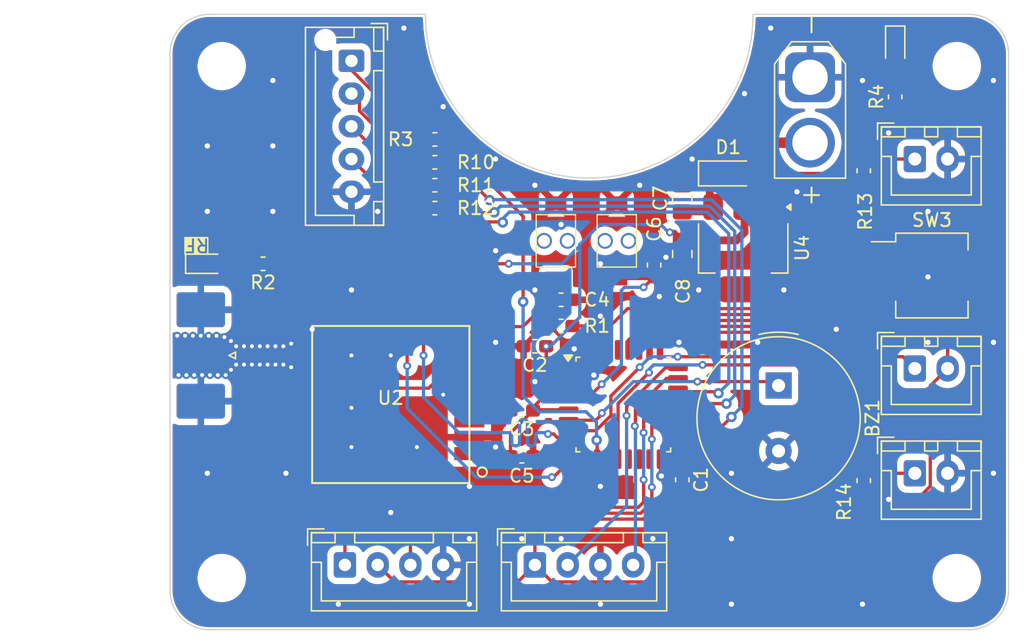
<source format=kicad_pcb>
(kicad_pcb (version 20241229) (generator "pcbnew") (generator_version "9.0")
  (layers (0 "F.Cu" signal) (2 "B.Cu" signal) (13 "F.Paste" user) (15 "B.Paste" user) (5 "F.SilkS" user "F.Silkscreen") (7 "B.SilkS" user "B.Silkscreen") (1 "F.Mask" user) (3 "B.Mask" user) (25 "Edge.Cuts" user))
  (net 0 "")
  (net 1 "GND")
  (net 2 "Net-(BZ1-+)")
  (net 3 "+3.3V")
  (net 4 "RF_RST")
  (net 5 "MCU_RST")
  (net 6 "RF_LED")
  (net 7 "Net-(D2-A)")
  (net 8 "Net-(D4-A)")
  (net 9 "Net-(J1-In)")
  (net 10 "Net-(J2-Pin_2)")
  (net 11 "Net-(J2-Pin_1)")
  (net 12 "Net-(J3-Pin_1)")
  (net 13 "bustop")
  (net 14 "MCU_SWCLK")
  (net 15 "MCU_SWDIO")
  (net 16 "USART1_TX")
  (net 17 "USART1_RX")
  (net 18 "Net-(J7-Pin_1)")
  (net 19 "DIP_4")
  (net 20 "DIP_2")
  (net 21 "DIP_1")
  (net 22 "DIP_3")
  (net 23 "Net-(U1-BOOT0)")
  (net 24 "LED_3")
  (net 25 "LED_Connection")
  (net 26 "LED_Debug")
  (net 27 "LED_Error")
  (net 28 "LED_2")
  (net 29 "LED_4")
  (net 30 "Net-(J2-Pin_3)")
  (net 31 "LED_5")
  (net 32 "Net-(J2-Pin_4)")
  (net 33 "LED_6")
  (net 34 "LED_emstop")
  (net 35 "LED_1")
  (net 36 "RF_SWDIO")
  (net 37 "RF_SWCLK")
  (net 38 "RF_BOOT")
  (net 40 "USART2_RX")
  (net 41 "USART2_TX")
  (net 58 "emstop")
  (net 59 "+BATT")
  (footprint "Connector_AMASS:AMASS_XT30U-M_1x02_P5.0mm_Vertical" (layer "F.Cu") (at 117.005756 85.402968 -90)
    (property "Reference" "J10" (hide yes))
    (property "Value" "XT30PW-M")
  )
  (footprint "GN10_Parts:TVAF" (layer "F.Cu") (at 97.605755 97.902969 -90)
    (property "Reference" "SW2" (hide yes))
    (property "Value" "SW_Push")
  )
  (footprint "Capacitor_SMD:C_0603_1608Metric_Pad1.08x0.95mm_HandSolder" (layer "F.Cu") (at 98.005757 102.40297)
    (property "Reference" "C4")
    (property "Value" "0.1u")
  )
  (footprint "Capacitor_SMD:C_0603_1608Metric_Pad1.08x0.95mm_HandSolder" (layer "F.Cu") (at 95.005755 114.352969)
    (property "Reference" "C5")
    (property "Value" "4.7u")
  )
  (footprint "Connector_JST:JST_XH_B2B-XH-A_1x02_P2.50mm_Vertical" (layer "F.Cu") (at 125.005755 91.652968)
    (property "Reference" "J3" (hide yes))
    (property "Value" "Conn_01x02")
  )
  (footprint "MountingHole:MountingHole_3.2mm_M3" (layer "F.Cu") (at 72.1054 123.653323 180)
    (property "Reference" "H2" (hide yes))
    (property "Value" "MountingHole")
  )
  (footprint "MountingHole:MountingHole_3.2mm_M3" (layer "F.Cu") (at 128.20611 123.653323 180)
    (property "Reference" "H1" (hide yes))
    (property "Value" "MountingHole")
  )
  (footprint "Capacitor_SMD:C_0603_1608Metric_Pad1.08x0.95mm_HandSolder" (layer "F.Cu") (at 98.005755 104.402968 180)
    (property "Reference" "R1")
    (property "Value" "10k")
  )
  (footprint "Capacitor_SMD:C_0603_1608Metric_Pad1.08x0.95mm_HandSolder" (layer "F.Cu") (at 105.105756 99.752967 90)
    (property "Reference" "C6")
    (property "Value" "0.1u")
  )
  (footprint "Connector_Coaxial:SMA_Molex_73251-2120_EdgeMount_Horizontal" (layer "F.Cu") (at 70.255756 106.65297 180)
    (property "Reference" "J1" (hide yes))
    (property "Value" "Conn_Coaxial")
  )
  (footprint "Capacitor_SMD:C_0805_2012Metric_Pad1.18x1.45mm_HandSolder" (layer "F.Cu") (at 107.255756 94.652969 90)
    (property "Reference" "C7")
    (property "Value" "10u")
  )
  (footprint "Capacitor_SMD:C_0805_2012Metric_Pad1.18x1.45mm_HandSolder" (layer "F.Cu") (at 107.255757 98.902969 -90)
    (property "Reference" "C8")
    (property "Value" "22u")
  )
  (footprint "LED_SMD:LED_0603_1608Metric_Pad1.05x0.95mm_HandSolder" (layer "F.Cu") (at 123.505756 83.152968 -90)
    (property "Reference" "D4" (hide yes))
    (property "Value" "LED")
  )
  (footprint "Package_TO_SOT_SMD:SOT-223" (layer "F.Cu") (at 111.905755 98.452968 -90)
    (property "Reference" "U4")
    (property "Value" "AZ1117-3.3")
  )
  (footprint "Capacitor_SMD:C_0603_1608Metric_Pad1.08x0.95mm_HandSolder" (layer "F.Cu") (at 88.368255 93.652968 180)
    (property "Reference" "R11")
    (property "Value" "1k")
  )
  (footprint "Capacitor_SMD:C_0603_1608Metric_Pad1.08x0.95mm_HandSolder" (layer "F.Cu") (at 121.105755 92.552969 90)
    (property "Reference" "R13")
    (property "Value" "1k")
  )
  (footprint "LED_SMD:LED_0603_1608Metric_Pad1.05x0.95mm_HandSolder" (layer "F.Cu") (at 71.005756 99.652969)
    (property "Reference" "D2" (hide yes))
    (property "Value" "LED")
  )
  (footprint "Capacitor_SMD:C_0603_1608Metric_Pad1.08x0.95mm_HandSolder" (layer "F.Cu") (at 121.105755 116.215468 -90)
    (property "Reference" "R14")
    (property "Value" "1k")
  )
  (footprint "Connector_JST:JST_XH_B2B-XH-A_1x02_P2.50mm_Vertical" (layer "F.Cu") (at 125.005755 115.652969)
    (property "Reference" "J7" (hide yes))
    (property "Value" "Conn_01x02")
  )
  (footprint "Connector_JST:JST_XH_B4B-XH-A_1x04_P2.50mm_Vertical" (layer "F.Cu") (at 96.005756 122.652968)
    (property "Reference" "J5" (hide yes))
    (property "Value" "Conn_01x04")
  )
  (footprint "Button_Switch_SMD:SW_DIP_SPSTx04_Slide_Copal_CHS-04B_W7.62mm_P1.27mm" (layer "F.Cu") (at 126.305757 100.55297)
    (property "Reference" "SW3")
    (property "Value" "SW_DIP_x04")
  )
  (footprint "Capacitor_SMD:C_0603_1608Metric_Pad1.08x0.95mm_HandSolder" (layer "F.Cu") (at 88.368255 90.152968 180)
    (property "Reference" "R3")
    (property "Value" "1k")
  )
  (footprint "Diode_SMD:Nexperia_CFP3_SOD-123W" (layer "F.Cu") (at 110.755755 92.752968)
    (property "Reference" "D1")
    (property "Value" "D")
  )
  (footprint "Connector_JST:JST_XH_B4B-XH-A_1x04_P2.50mm_Vertical" (layer "F.Cu") (at 81.505755 122.652969)
    (property "Reference" "J6" (hide yes))
    (property "Value" "Conn_01x04")
  )
  (footprint "GN10_Parts:LoRa-E5" (layer "F.Cu") (at 85.005757 110.402969 180)
    (property "Reference" "U2")
    (property "Value" "Wio-E5")
  )
  (footprint "Capacitor_SMD:C_0603_1608Metric_Pad1.08x0.95mm_HandSolder" (layer "F.Cu") (at 88.368256 95.402969 180)
    (property "Reference" "R12")
    (property "Value" "1k")
  )
  (footprint "Connector_JST:JST_XH_B5B-XH-AM_1x05_P2.50mm_Vertical" (layer "F.Cu") (at 82.005756 84.152968 -90)
    (property "Reference" "J2" (hide yes))
    (property "Value" "Conn_01x05")
  )
  (footprint "Capacitor_SMD:C_0603_1608Metric_Pad1.08x0.95mm_HandSolder" (layer "F.Cu") (at 96.005756 105.952968 180)
    (property "Reference" "C2")
    (property "Value" "0.1u")
  )
  (footprint "Capacitor_SMD:C_0603_1608Metric_Pad1.08x0.95mm_HandSolder" (layer "F.Cu") (at 123.505755 86.902968 90)
    (property "Reference" "R4")
    (property "Value" "1k")
  )
  (footprint "Buzzer_Beeper:Buzzer_TDK_PS1240P02BT_D12.2mm_H6.5mm" (layer "F.Cu") (at 114.605755 108.952968 -90)
    (property "Reference" "BZ1")
    (property "Value" "Buzzer")
  )
  (footprint "Capacitor_SMD:C_0603_1608Metric_Pad1.08x0.95mm_HandSolder" (layer "F.Cu") (at 95.005755 110.852969 180)
    (property "Reference" "C3")
    (property "Value" "4.7u")
  )
  (footprint "MountingHole:MountingHole_3.2mm_M3" (layer "F.Cu") (at 72.105399 84.552614 180)
    (property "Reference" "H4" (hide yes))
    (property "Value" "MountingHole")
  )
  (footprint "Capacitor_SMD:C_0603_1608Metric_Pad1.08x0.95mm_HandSolder" (layer "F.Cu") (at 75.255756 99.652969 180)
    (property "Reference" "R2")
    (property "Value" "1k")
  )
  (footprint "GN10_Parts:TVAF" (layer "F.Cu") (at 102.255755 97.902969 -90)
    (property "Reference" "SW1" (hide yes))
    (property "Value" "SW_Push")
  )
  (footprint "Capacitor_SMD:C_0603_1608Metric_Pad1.08x0.95mm_HandSolder" (layer "F.Cu") (at 88.368256 91.902969 180)
    (property "Reference" "R10")
    (property "Value" "1k")
  )
  (footprint "Package_QFP:LQFP-32_7x7mm_P0.8mm" (layer "F.Cu") (at 102.755756 110.402968)
    (property "Reference" "U1" (hide yes))
    (property "Value" "STM32F303K8Tx")
  )
  (footprint "MountingHole:MountingHole_3.2mm_M3" (layer "F.Cu") (at 128.206109 84.552614 180)
    (property "Reference" "H3" (hide yes))
    (property "Value" "MountingHole")
  )
  (footprint "Capacitor_SMD:C_0603_1608Metric_Pad1.08x0.95mm_HandSolder" (layer "F.Cu") (at 107.255754 116.152969 -90)
    (property "Reference" "C1")
    (property "Value" "0.1u")
  )
  (footprint "Connector_JST:JST_XH_B2B-XH-A_1x02_P2.50mm_Vertical" (layer "F.Cu") (at 125.005755 107.652969)
    (property "Reference" "J9" (hide yes))
    (property "Value" "Conn_01x02")
  )
  (gr_arc (start 68.155755 83.602968) (mid 69.034435 81.481649) (end 71.155756 80.602969) (stroke (width 0.1)) (layer "Edge.Cuts"))
  (gr_arc (start 71.155756 127.602969) (mid 69.034437 126.72429) (end 68.155756 124.602968) (stroke (width 0.1)) (layer "Edge.Cuts"))
  (gr_line (start 68.155756 124.602968) (end 68.155755 83.602968) (stroke (width 0.1)) (layer "Edge.Cuts"))
  (gr_line (start 71.155756 80.602969) (end 87.655756 80.602969) (stroke (width 0.1)) (layer "Edge.Cuts"))
  (gr_arc (start 112.655756 80.602969) (mid 100.155756 93.102969) (end 87.655756 80.602969) (stroke (width 0.1)) (layer "Edge.Cuts"))
  (gr_arc (start 132.155757 124.602969) (mid 131.277075 126.724289) (end 129.155756 127.602968) (stroke (width 0.1)) (layer "Edge.Cuts"))
  (gr_arc (start 129.155756 80.602968) (mid 131.277076 81.481648) (end 132.155756 83.602968) (stroke (width 0.1)) (layer "Edge.Cuts"))
  (gr_line (start 132.155756 83.602968) (end 132.155757 124.602969) (stroke (width 0.1)) (layer "Edge.Cuts"))
  (gr_line (start 129.155756 127.602968) (end 71.155756 127.602969) (stroke (width 0.1)) (layer "Edge.Cuts"))
  (gr_line (start 129.155756 80.602968) (end 112.655756 80.602969) (stroke (width 0.1)) (layer "Edge.Cuts"))
  (gr_text " RF " (at 72.005756 97.652968 180) (layer "F.SilkS" knockout) (effects (font (size 1 1)) (justify left bottom)))
  (segment (start 97.143255 104.402968) (end 98.393255 105.652969) (width 0.25) (layer "F.Cu") (net 1))
  (segment (start 97.143255 104.402968) (end 96.693256 104.402969) (width 0.4) (layer "F.Cu") (net 1))
  (segment (start 96.693256 104.402969) (end 95.143256 105.952968) (width 0.4) (layer "F.Cu") (net 1))
  (segment (start 97.143255 104.127968) (end 98.868257 102.40297) (width 0.4) (layer "F.Cu") (net 1))
  (segment (start 97.143255 104.402968) (end 97.143255 104.127968) (width 0.4) (layer "F.Cu") (net 1))
  (via (at 91.005756 125.652968) (size 0.8) (drill 0.4) (layers "F.Cu" "B.Cu") (net 1))
  (via (at 77.005756 115.652969) (size 0.8) (drill 0.4) (layers "F.Cu" "B.Cu") (net 1))
  (via (at 131.005756 85.652968) (size 0.8) (drill 0.4) (layers "F.Cu" "B.Cu") (net 1))
  (via (at 76.805756 105.952968) (size 0.6) (drill 0.3) (layers "F.Cu" "B.Cu") (net 1))
  (via (at 72.405757 108.152969) (size 0.6) (drill 0.3) (layers "F.Cu" "B.Cu") (net 1))
  (via (at 121.005756 85.652968) (size 0.8) (drill 0.4) (layers "F.Cu" "B.Cu") (net 1))
  (via (at 112.005756 86.652968) (size 0.8) (drill 0.4) (layers "F.Cu" "B.Cu") (net 1))
  (via (at 105.655756 115.865163) (size 0.8) (drill 0.4) (layers "F.Cu" "B.Cu") (net 1))
  (via (at 69.305755 105.152968) (size 0.6) (drill 0.3) (layers "F.Cu" "B.Cu") (net 1))
  (via (at 96.005756 101.652967) (size 0.8) (drill 0.4) (layers "F.Cu" "B.Cu") (net 1))
  (via (at 93.005755 113.652968) (size 0.8) (drill 0.4) (layers "F.Cu" "B.Cu") (net 1))
  (via (at 89.005756 109.652968) (size 0.6) (drill 0.3) (layers "F.Cu" "B.Cu") (net 1))
  (via (at 76.805757 107.352969) (size 0.6) (drill 0.3) (layers "F.Cu" "B.Cu") (net 1))
  (via (at 111.005756 125.652968) (size 0.8) (drill 0.4) (layers "F.Cu" "B.Cu") (net 1))
  (via (at 87.005756 113.652969) (size 0.6) (drill 0.3) (layers "F.Cu" "B.Cu") (net 1))
  (via (at 70.005756 108.152968) (size 0.6) (drill 0.3) (layers "F.Cu" "B.Cu") (net 1))
  (via (at 82.005756 110.652969) (size 0.6) (drill 0.3) (layers "F.Cu" "B.Cu") (net 1))
  (via (at 82.005757 106.652969) (size 0.6) (drill 0.3) (layers "F.Cu" "B.Cu") (net 1))
  (via (at 95.005755 120.652969) (size 0.8) (drill 0.4) (layers "F.Cu" "B.Cu") (net 1))
  (via (at 104.005757 93.652969) (size 0.8) (drill 0.4) (layers "F.Cu" "B.Cu") (net 1))
  (via (at 123.005754 117.652969) (size 0.8) (drill 0.4) (layers "F.Cu" "B.Cu") (net 1))
  (via (at 108.005755 91.652968) (size 0.8) (drill 0.4) (layers "F.Cu" "B.Cu") (net 1))
  (via (at 85.005756 106.652968) (size 0.6) (drill 0.3) (layers "F.Cu" "B.Cu") (net 1))
  (via (at 74.405756 105.952968) (size 0.6) (drill 0.3) (layers "F.Cu" "B.Cu") (net 1))
  (via (at 77.405756 107.552968) (size 0.6) (drill 0.3) (layers "F.Cu" "B.Cu") (net 1))
  (via (at 93.005755 91.652968) (size 0.8) (drill 0.4) (layers "F.Cu" "B.Cu") (net 1))
  (via (at 73.205756 105.952969) (size 0.6) (drill 0.3) (layers "F.Cu" "B.Cu") (net 1))
  (via (at 123.005756 89.652969) (size 0.8) (drill 0.4) (layers "F.Cu" "B.Cu") (net 1))
  (via (at 115.005755 101.652968) (size 0.8) (drill 0.4) (layers "F.Cu" "B.Cu") (net 1))
  (via (at 76.205756 105.952968) (size 0.6) (drill 0.3) (layers "F.Cu" "B.Cu") (net 1))
  (via (at 100.505756 108.152968) (size 0.8) (drill 0.4) (layers "F.Cu" "B.Cu") (net 1))
  (via (at 71.705755 105.152968) (size 0.6) (drill 0.3) (layers "F.Cu" "B.Cu") (net 1))
  (via (at 75.005755 105.952969) (size 0.6) (drill 0.3) (layers "F.Cu" "B.Cu") (net 1))
  (via (at 98.005755 120.652969) (size 0.8) (drill 0.4) (layers "F.Cu" "B.Cu") (net 1))
  (via (at 76.005754 85.652969) (size 0.8) (drill 0.4) (layers "F.Cu" "B.Cu") (net 1))
  (via (at 82.005757 101.652968) (size 0.8) (drill 0.4) (layers "F.Cu" "B.Cu") (net 1))
  (via (at 101.005756 125.652968) (size 0.8) (drill 0.4) (layers "F.Cu" "B.Cu") (net 1))
  (via (at 108.505755 101.652968) (size 0.8) (drill 0.4) (layers "F.Cu" "B.Cu") (net 1))
  (via (at 76.005754 95.652969) (size 0.8) (drill 0.4) (layers "F.Cu" "B.Cu") (net 1))
  (via (at 72.805755 105.55297) (size 0.6) (drill 0.3) (layers "F.Cu" "B.Cu") (net 1))
  (via (at 84.005756 95.652968) (size 0.8) (drill 0.4) (layers "F.Cu" "B.Cu") (net 1))
  (via (at 68.805755 108.152969) (size 0.6) (drill 0.3) (layers "F.Cu" "B.Cu") (net 1))
  (via (at 77.405756 105.752968) (size 0.6) (drill 0.3) (layers "F.Cu" "B.Cu") (net 1))
  (via (at 69.905755 105.152968) (size 0.6) (drill 0.3) (layers "F.Cu" "B.Cu") (net 1))
  (via (at 93.005755 105.652969) (size 0.8) (drill 0.4) (layers "F.Cu" "B.Cu") (net 1))
  (via (at 76.205756 107.352967) (size 0.6) (drill 0.3) (layers "F.Cu" "B.Cu") (net 1))
  (via (at 73.205755 107.352968) (size 0.6) (drill 0.3) (layers "F.Cu" "B.Cu") (net 1))
  (via (at 131.005756 115.652968) (size 0.8) (drill 0.4) (layers "F.Cu" "B.Cu") (net 1))
  (via (at 126.005756 100.652968) (size 0.8) (drill 0.4) (layers "F.Cu" "B.Cu") (net 1))
  (via (at 71.105756 105.152968) (size 0.6) (drill 0.3) (layers "F.Cu" "B.Cu") (net 1))
  (via (at 75.005755 107.352969) (size 0.6) (drill 0.3) (layers "F.Cu" "B.Cu") (net 1))
  (via (at 99.005756 106.152968) (size 0.8) (drill 0.4) (layers "F.Cu" "B.Cu") (net 1))
  (via (at 98.005755 96.652968) (size 0.8) (drill 0.4) (layers "F.Cu" "B.Cu") (net 1))
  (via (at 91.005756 120.652968) (size 0.8) (drill 0.4) (layers "F.Cu" "B.Cu") (net 1))
  (via (at 70.505757 105.152969) (size 0.6) (drill 0.3) (layers "F.Cu" "B.Cu") (net 1))
  (via (at 74.405756 107.352969) (size 0.6) (drill 0.3) (layers "F.Cu" "B.Cu") (net 1))
  (via (at 93.005755 98.652968) (size 0.8) (drill 0.4) (layers "F.Cu" "B.Cu") (net 1))
  (via (at 114.005757 81.652969) (size 0.8) (drill 0.4) (layers "F.Cu" "B.Cu") (net 1))
  (via (at 70.605757 108.15297) (size 0.6) (drill 0.3) (layers "F.Cu" "B.Cu") (net 1))
  (via (at 91.005755 116.652969) (size 0.8) (drill 0.4) (layers "F.Cu" "B.Cu") (net 1))
  (via (at 131.005756 105.652968) (size 0.8) (drill 0.4) (layers "F.Cu" "B.Cu") (net 1))
  (via (at 105.005755 120.652969) (size 0.8) (drill 0.4) (layers "F.Cu" "B.Cu") (net 1))
  (via (at 82.005756 113.652969) (size 0.6) (drill 0.3) (layers "F.Cu" "B.Cu") (net 1))
  (via (at 101.005755 116.652969) (size 0.8) (drill 0.4) (layers "F.Cu" "B.Cu") (net 1))
  (via (at 69.405756 108.152968) (size 0.6) (drill 0.3) (layers "F.Cu" "B.Cu") (net 1))
  (via (at 79.005756 104.652968) (size 0.8) (drill 0.4) (layers "F.Cu" "B.Cu") (net 1))
  (via (at 105.505756 102.152969) (size 0.8) (drill 0.4) (layers "F.Cu" "B.Cu") (net 1))
  (via (at 111.005756 115.652968) (size 0.8) (drill 0.4) (layers "F.Cu" "B.Cu") (net 1))
  (via (at 89.005756 87.652968) (size 0.8) (drill 0.4) (layers "F.Cu" "B.Cu") (net 1))
  (via (at 116.005756 94.152968) (size 0.8) (drill 0.4) (layers "F.Cu" "B.Cu") (net 1))
  (via (at 73.805756 105.952968) (size 0.6) (drill 0.3) (layers "F.Cu" "B.Cu") (net 1))
  (via (at 75.605756 105.952969) (size 0.6) (drill 0.3) (layers "F.Cu" "B.Cu") (net 1))
  (via (at 71.805756 108.152968) (size 0.6) (drill 0.3) (layers "F.Cu" "B.Cu") (net 1))
  (via (at 113.005755 105.652969) (size 0.8) (drill 0.4) (layers "F.Cu" "B.Cu") (net 1))
  (via (at 76.005754 90.652969) (size 0.8) (drill 0.4) (layers "F.Cu" "B.Cu") (net 1))
  (via (at 72.305754 105.252969) (size 0.6) (drill 0.3) (layers "F.Cu" "B.Cu") (net 1))
  (via (at 111.005756 120.652968) (size 0.8) (drill 0.4) (layers "F.Cu" "B.Cu") (net 1))
  (via (at 71.005754 95.652969) (size 0.8) (drill 0.4) (layers "F.Cu" "B.Cu") (net 1))
  (via (at 71.205756 108.152969) (size 0.6) (drill 0.3) (layers "F.Cu" "B.Cu") (net 1))
  (via (at 119.005756 104.652968) (size 0.8) (drill 0.4) (layers "F.Cu" "B.Cu") (net 1))
  (via (at 73.805756 107.352967) (size 0.6) (drill 0.3) (layers "F.Cu" "B.Cu") (net 1))
  (via (at 126.005756 105.652968) (size 0.8) (drill 0.4) (layers "F.Cu" "B.Cu") (net 1))
  (via (at 101.005756 103.652967) (size 0.8) (drill 0.4) (layers "F.Cu" "B.Cu") (net 1))
  (via (at 75.605755 107.352968) (size 0.6) (drill 0.3) (layers "F.Cu" "B.Cu") (net 1))
  (via (at 85.005755 118.652969) (size 0.8) (drill 0.4) (layers "F.Cu" "B.Cu") (net 1))
  (via (at 72.805755 107.752968) (size 0.6) (drill 0.3) (layers "F.Cu" "B.Cu") (net 1))
  (via (at 68.705756 105.152968) (size 0.6) (drill 0.3) (layers "F.Cu" "B.Cu") (net 1))
  (via (at 101.005756 99.652969) (size 0.8) (drill 0.4) (layers "F.Cu" "B.Cu") (net 1))
  (via (at 71.005754 115.652969) (size 0.8) (drill 0.4) (layers "F.Cu" "B.Cu") (net 1))
  (via (at 107.005755 105.652968) (size 0.8) (drill 0.4) (layers "F.Cu" "B.Cu") (net 1))
  (via (at 121.005756 125.652967) (size 0.8) (drill 0.4) (layers "F.Cu" "B.Cu") (net 1))
  (via (at 86.005755 81.652968) (size 0.8) (drill 0.4) (layers "F.Cu" "B.Cu") (net 1))
  (via (at 71.005754 90.652969) (size 0.8) (drill 0.4) (layers "F.Cu" "B.Cu") (net 1))
  (via (at 96.005756 93.652967) (size 0.8) (drill 0.4) (layers "F.Cu" "B.Cu") (net 1))
  (via (at 126.005756 95.652968) (size 0.8) (drill 0.4) (layers "F.Cu" "B.Cu") (net 1))
  (via (at 106.005756 99.152968) (size 0.8) (drill 0.4) (layers "F.Cu" "B.Cu") (net 1))
  (via (at 96.005756 108.652967) (size 0.8) (drill 0.4) (layers "F.Cu" "B.Cu") (net 1))
  (via (at 81.005755 125.652968) (size 0.8) (drill 0.4) (layers "F.Cu" "B.Cu") (net 1))
  (segment (start 100.655756 111.602967) (end 98.580756 111.602969) (width 0.25) (layer "F.Cu") (net 2))
  (segment (start 108.405756 108.652967) (end 114.305755 108.652968) (width 0.25) (layer "F.Cu") (net 2))
  (segment (start 101.113814 111.061026) (end 101.113814 111.144909) (width 0.25) (layer "F.Cu") (net 2))
  (segment (start 114.305755 108.652968) (end 114.605755 108.952968) (width 0.25) (layer "F.Cu") (net 2))
  (segment (start 101.113814 111.144909) (end 100.655756 111.602967) (width 0.25) (layer "F.Cu") (net 2))
  (via (at 101.113814 111.061026) (size 0.6) (drill 0.3) (layers "F.Cu" "B.Cu") (net 2))
  (via (at 108.405756 108.652967) (size 0.6) (drill 0.3) (layers "F.Cu" "B.Cu") (net 2))
  (segment (start 103.521872 108.652969) (end 108.405756 108.652967) (width 0.25) (layer "B.Cu") (net 2))
  (segment (start 101.113814 111.061026) (end 103.521872 108.652969) (width 0.25) (layer "B.Cu") (net 2))
  (segment (start 107.255754 115.290469) (end 106.005756 116.540468) (width 0.25) (layer "F.Cu") (net 3))
  (segment (start 97.755756 107.602968) (end 96.868254 106.715469) (width 0.25) (layer "F.Cu") (net 3))
  (segment (start 96.005756 119.952967) (end 96.005756 122.652968) (width 0.25) (layer "F.Cu") (net 3))
  (segment (start 96.868254 106.715469) (end 96.868257 105.952969) (width 0.25) (layer "F.Cu") (net 3))
  (segment (start 130.115755 102.457968) (end 130.115755 98.647969) (width 0.25) (layer "F.Cu") (net 3))
  (segment (start 94.704754 123.953969) (end 96.005756 122.652968) (width 0.25) (layer "F.Cu") (net 3))
  (segment (start 111.393255 97.865468) (end 107.255755 97.865468) (width 0.6) (layer "F.Cu") (net 3))
  (segment (start 127.505757 105.067969) (end 130.115755 102.457968) (width 0.25) (layer "F.Cu") (net 3))
  (segment (start 107.255755 113.527969) (end 106.930755 113.202968) (width 0.25) (layer "F.Cu") (net 3))
  (segment (start 94.143255 114.402968) (end 91.255757 114.402968) (width 0.3) (layer "F.Cu") (net 3))
  (segment (start 130.115755 98.647969) (end 130.115755 88.962969) (width 0.25) (layer "F.Cu") (net 3))
  (segment (start 98.580756 107.602968) (end 97.755756 107.602968) (width 0.25) (layer "F.Cu") (net 3))
  (segment (start 111.905756 93.002969) (end 112.155757 92.752969) (width 0.6) (layer "F.Cu") (net 3))
  (segment (start 106.305755 97.25297) (end 106.643256 97.252968) (width 0.4) (layer "F.Cu") (net 3))
  (segment (start 94.143255 114.352969) (end 94.143255 112.577969) (width 0.25) (layer "F.Cu") (net 3))
  (segment (start 118.518255 92.752968) (end 112.155757 92.752969) (width 0.25) (layer "F.Cu") (net 3))
  (segment (start 98.580755 110.802968) (end 95.968256 110.802968) (width 0.25) (layer "F.Cu") (net 3))
  (segment (start 129.605755 88.452969) (end 124.193256 88.452968) (width 0.25) (layer "F.Cu") (net 3))
  (segment (start 94.143255 112.577969) (end 95.868255 110.852969) (width 0.25) (layer "F.Cu") (net 3))
  (segment (start 107.255754 115.290469) (end 107.255755 113.527969) (width 0.25) (layer "F.Cu") (net 3))
  (segment (start 130.115755 88.962969) (end 129.605755 88.452969) (width 0.25) (layer "F.Cu") (net 3))
  (segment (start 106.005756 117.428588) (end 104.279376 119.154968) (width 0.25) (layer "F.Cu") (net 3))
  (segment (start 106.643256 97.252968) (end 107.255755 97.865468) (width 0.4) (layer "F.Cu") (net 3))
  (segment (start 104.279376 119.154968) (end 96.803756 119.154967) (width 0.25) (layer "F.Cu") (net 3))
  (segment (start 112.005756 97.252968) (end 111.393255 97.865468) (width 0.6) (layer "F.Cu") (net 3))
  (segment (start 91.255757 114.402968) (end 91.005757 114.15297) (width 0.3) (layer "F.Cu") (net 3))
  (segment (start 126.181756 116.648482) (end 118.87627 123.953968) (width 0.25) (layer "F.Cu") (net 3))
  (segment (start 84.005756 122.652968) (end 85.306756 123.953968) (width 0.25) (layer "F.Cu") (net 3))
  (segment (start 85.306756 123.953968) (end 94.704754 123.953969) (width 0.25) (layer "F.Cu") (net 3))
  (segment (start 111.905755 95.302968) (end 111.905756 93.002969) (width 0.6) (layer "F.Cu") (net 3))
  (segment (start 76.118256 99.652969) (end 94.005756 99.652968) (width 0.25) (layer "F.Cu") (net 3))
  (segment (start 95.968256 110.802968) (end 95.868256 110.902968) (width 0.25) (layer "F.Cu") (net 3))
  (segment (start 127.505756 107.652968) (end 127.505757 105.067969) (width 0.25) (layer "F.Cu") (net 3))
  (segment (start 123.505755 87.76547) (end 118.518255 92.752968) (width 0.25) (layer "F.Cu") (net 3))
  (segment (start 96.868256 109.615469) (end 96.868257 105.952969) (width 0.25) (layer "F.Cu") (net 3))
  (segment (start 126.181756 108.976968) (end 126.181756 116.648482) (width 0.25) (layer "F.Cu") (net 3))
  (segment (start 96.803756 119.154967) (end 96.005756 119.952967) (width 0.25) (layer "F.Cu") (net 3))
  (segment (start 97.306756 123.953968) (end 96.005756 122.652968) (width 0.25) (layer "F.Cu") (net 3))
  (segment (start 112.005755 95.652968) (end 112.005756 97.252968) (width 0.6) (layer "F.Cu") (net 3))
  (segment (start 127.505756 107.652968) (end 126.181756 108.976968) (width 0.25) (layer "F.Cu") (net 3))
  (segment (start 124.193256 88.452968) (end 123.505755 87.76547) (width 0.25) (layer "F.Cu") (net 3))
  (segment (start 118.87627 123.953968) (end 97.306756 123.953968) (width 0.25) (layer "F.Cu") (net 3))
  (segment (start 106.005756 116.540468) (end 106.005756 117.428588) (width 0.25) (layer "F.Cu") (net 3))
  (segment (start 95.868255 110.852969) (end 95.868255 110.615469) (width 0.25) (layer "F.Cu") (net 3))
  (segment (start 95.868255 110.615469) (end 96.868256 109.615469) (width 0.25) (layer "F.Cu") (net 3))
  (via (at 94.005756 99.652968) (size 0.6) (drill 0.3) (layers "F.Cu" "B.Cu") (net 3))
  (via (at 96.868257 105.952969) (size 0.6) (drill 0.3) (layers "F.Cu" "B.Cu") (net 3))
  (via (at 106.305755 97.25297) (size 0.6) (drill 0.3) (layers "F.Cu" "B.Cu") (net 3))
  (segment (start 105.605755 96.652968) (end 106.205756 97.252968) (width 0.25) (layer "B.Cu") (net 3))
  (segment (start 99.431756 103.726968) (end 99.431756 98.177967) (width 0.25) (layer "B.Cu") (net 3))
  (segment (start 106.205756 97.252968) (end 106.305755 97.25297) (width 0.25) (layer "B.Cu") (net 3))
  (segment (start 99.431756 98.177967) (end 100.956755 96.652968) (width 0.25) (layer "B.Cu") (net 3))
  (segment (start 99.431756 98.286531) (end 99.431756 98.226967) (width 0.25) (layer "B.Cu") (net 3))
  (segment (start 100.956755 96.652968) (end 105.605755 96.652968) (width 0.25) (layer "B.Cu") (net 3))
  (segment (start 97.205756 105.952968) (end 99.431756 103.726968) (width 0.25) (layer "B.Cu") (net 3))
  (segment (start 96.868257 105.952969) (end 97.205756 105.952968) (width 0.25) (layer "B.Cu") (net 3))
  (segment (start 94.005756 99.652968) (end 98.065318 99.652969) (width 0.25) (layer "B.Cu") (net 3))
  (segment (start 98.065318 99.652969) (end 99.431756 98.286531) (width 0.25) (layer "B.Cu") (net 3))
  (segment (start 96.993256 102.552967) (end 96.993256 102.252968) (width 0.25) (layer "F.Cu") (net 4))
  (segment (start 87.905756 109.152968) (end 89.005756 108.052968) (width 0.25) (layer "F.Cu") (net 4))
  (segment (start 89.005756 106.352968) (end 90.905756 104.452968) (width 0.25) (layer "F.Cu") (net 4))
  (segment (start 96.993256 102.252968) (end 97.143256 102.40297) (width 0.25) (layer "F.Cu") (net 4))
  (segment (start 97.143254 101.240469) (end 97.605755 100.777969) (width 0.25) (layer "F.Cu") (net 4))
  (segment (start 79.005756 109.152969) (end 87.905756 109.152968) (width 0.25) (layer "F.Cu") (net 4))
  (segment (start 95.093257 104.452969) (end 96.993256 102.552967) (width 0.25) (layer "F.Cu") (net 4))
  (segment (start 90.905756 104.452968) (end 95.093257 104.452969) (width 0.25) (layer "F.Cu") (net 4))
  (segment (start 89.005756 108.052968) (end 89.005756 106.352968) (width 0.25) (layer "F.Cu") (net 4))
  (segment (start 97.143256 102.40297) (end 97.143254 101.240469) (width 0.25) (layer "F.Cu") (net 4))
  (segment (start 102.255755 100.777968) (end 104.943256 100.777967) (width 0.25) (layer "F.Cu") (net 5))
  (segment (start 104.943256 100.777967) (end 105.105756 100.615467) (width 0.25) (layer "F.Cu") (net 5))
  (segment (start 102.255755 100.777968) (end 102.643255 101.165469) (width 0.25) (layer "F.Cu") (net 5))
  (segment (start 101.105755 108.852968) (end 99.955756 110.002968) (width 0.25) (layer "F.Cu") (net 5))
  (segment (start 105.005755 100.71547) (end 105.105756 100.615467) (width 0.25) (layer "F.Cu") (net 5))
  (segment (start 99.955756 110.002968) (end 98.580756 110.002968) (width 0.25) (layer "F.Cu") (net 5))
  (segment (start 105.005755 100.75297) (end 105.005755 100.71547) (width 0.25) (layer "F.Cu") (net 5))
  (segment (start 104.305755 101.452968) (end 105.005755 100.75297) (width 0.25) (layer "F.Cu") (net 5))
  (via (at 101.105755 108.852968) (size 0.6) (drill 0.3) (layers "F.Cu" "B.Cu") (net 5))
  (via (at 104.305755 101.452968) (size 0.6) (drill 0.3) (layers "F.Cu" "B.Cu") (net 5))
  (segment (start 102.605755 107.352969) (end 101.105755 108.852968) (width 0.25) (layer "B.Cu") (net 5))
  (segment (start 104.305755 101.452968) (end 102.843255 101.452968) (width 0.25) (layer "B.Cu") (net 5))
  (segment (start 102.843255 101.452968) (end 102.605755 101.690468) (width 0.25) (layer "B.Cu") (net 5))
  (segment (start 102.605755 101.690468) (end 102.605755 107.352969) (width 0.25) (layer "B.Cu") (net 5))
  (segment (start 85.005757 104.402968) (end 85.005757 103.002969) (width 0.25) (layer "F.Cu") (net 6))
  (segment (start 82.755757 100.752967) (end 70.805757 100.752969) (width 0.25) (layer "F.Cu") (net 6))
  (segment (start 85.005757 103.002969) (end 82.755757 100.752967) (width 0.25) (layer "F.Cu") (net 6))
  (segment (start 70.805757 100.752969) (end 70.130755 100.077968) (width 0.25) (layer "F.Cu") (net 6))
  (segment (start 70.130755 100.077968) (end 70.130755 99.65297) (width 0.25) (layer "F.Cu") (net 6))
  (segment (start 74.393256 99.652969) (end 71.880756 99.652968) (width 0.25) (layer "F.Cu") (net 7))
  (segment (start 123.505755 86.040469) (end 123.505755 84.027968) (width 0.25) (layer "F.Cu") (net 8))
  (segment (start 79.005757 106.652968) (end 70.505756 106.652968) (width 0.3) (layer "F.Cu") (net 9))
  (segment (start 82.617871 87.265083) (end 82.005756 86.652969) (width 0.25) (layer "F.Cu") (net 10))
  (segment (start 82.617871 87.976968) (end 82.617871 87.265083) (width 0.25) (layer "F.Cu") (net 10))
  (segment (start 86.543872 91.902969) (end 82.617871 87.976968) (width 0.25) (layer "F.Cu") (net 10))
  (segment (start 87.505756 91.902968) (end 86.543872 91.902969) (width 0.25) (layer "F.Cu") (net 10))
  (segment (start 83.755756 86.614853) (end 82.005755 84.864853) (width 0.25) (layer "F.Cu") (net 11))
  (segment (start 82.005755 84.864853) (end 82.005756 84.152968) (width 0.25) (layer "F.Cu") (net 11))
  (segment (start 86.505755 90.152968) (end 83.755755 87.402968) (width 0.25) (layer "F.Cu") (net 11))
  (segment (start 83.755755 87.402968) (end 83.755756 86.614853) (width 0.25) (layer "F.Cu") (net 11))
  (segment (start 87.505756 90.152967) (end 86.505755 90.152968) (width 0.25) (layer "F.Cu") (net 11))
  (segment (start 121.143255 91.652968) (end 121.105755 91.690468) (width 0.25) (layer "F.Cu") (net 12))
  (segment (start 125.005755 91.652968) (end 121.143255 91.652968) (width 0.25) (layer "F.Cu") (net 12))
  (segment (start 103.005936 111.252968) (end 103.005937 110.552786) (width 0.25) (layer "F.Cu") (net 14))
  (segment (start 104.063813 109.49491) (end 105.955757 107.602969) (width 0.25) (layer "F.Cu") (net 14))
  (segment (start 103.005937 110.552786) (end 104.054755 109.503968) (width 0.25) (layer "F.Cu") (net 14))
  (segment (start 105.955757 107.602969) (end 106.930756 107.602968) (width 0.25) (layer "F.Cu") (net 14))
  (segment (start 104.054756 109.49491) (end 104.063813 109.49491) (width 0.25) (layer "F.Cu") (net 14))
  (segment (start 104.054755 109.503968) (end 104.054756 109.49491) (width 0.25) (layer "F.Cu") (net 14))
  (via (at 103.005936 111.252968) (size 0.6) (drill 0.3) (layers "F.Cu" "B.Cu") (net 14))
  (segment (start 103.005937 118.152786) (end 98.505755 122.652968) (width 0.25) (layer "B.Cu") (net 14))
  (segment (start 103.005936 111.252968) (end 103.005937 118.152786) (width 0.25) (layer "B.Cu") (net 14))
  (segment (start 103.679754 112.00415) (end 103.679755 110.778968) (width 0.25) (layer "F.Cu") (net 15))
  (segment (start 106.055756 108.402968) (end 106.930755 108.402969) (width 0.25) (layer "F.Cu") (net 15))
  (segment (start 103.630936 112.052969) (end 103.679754 112.00415) (width 0.25) (layer "F.Cu") (net 15))
  (segment (start 103.679755 110.778968) (end 106.055756 108.402968) (width 0.25) (layer "F.Cu") (net 15))
  (via (at 103.630936 112.052969) (size 0.6) (drill 0.3) (layers "F.Cu" "B.Cu") (net 15))
  (segment (start 103.679756 122.478969) (end 103.505755 122.652969) (width 0.25) (layer "B.Cu") (net 15))
  (segment (start 103.679755 112.101788) (end 103.679756 122.478969) (width 0.25) (layer "B.Cu") (net 15))
  (segment (start 103.630936 112.052969) (end 103.679755 112.101788) (width 0.25) (layer "B.Cu") (net 15))
  (segment (start 105.355755 111.602969) (end 106.930755 111.602969) (width 0.25) (layer "F.Cu") (net 16))
  (segment (start 104.930754 117.865779) (end 104.930756 116.718654) (width 0.25) (layer "F.Cu") (net 16))
  (segment (start 104.092566 118.703969) (end 104.930754 117.865779) (width 0.25) (layer "F.Cu") (net 16))
  (segment (start 104.930755 112.027969) (end 105.355755 111.602969) (width 0.25) (layer "F.Cu") (net 16))
  (segment (start 86.505755 122.652969) (end 86.505755 120.303969) (width 0.25) (layer "F.Cu") (net 16))
  (segment (start 88.105756 118.703968) (end 104.092566 118.703969) (width 0.25) (layer "F.Cu") (net 16))
  (segment (start 104.930757 113.052728) (end 104.930755 112.027969) (width 0.25) (layer "F.Cu") (net 16))
  (segment (start 86.505755 120.303969) (end 88.105756 118.703968) (width 0.25) (layer "F.Cu") (net 16))
  (via (at 104.930757 113.052728) (size 0.6) (drill 0.3) (layers "F.Cu" "B.Cu") (net 16))
  (via (at 104.930756 116.718654) (size 0.6) (drill 0.3) (layers "F.Cu" "B.Cu") (net 16))
  (segment (start 104.930756 116.718654) (end 104.930757 113.052728) (width 0.25) (layer "B.Cu") (net 16))
  (segment (start 87.918946 118.252967) (end 86.218945 119.952968) (width 0.25) (layer "F.Cu") (net 17))
  (segment (start 104.305754 117.852969) (end 103.905755 118.252969) (width 0.25) (layer "F.Cu") (net 17))
  (segment (start 104.304756 116.977953) (end 104.305756 116.978953) (width 0.25) (layer "F.Cu") (net 17))
  (segment (start 81.505755 121.152969) (end 81.505755 122.652969) (width 0.25) (layer "F.Cu") (net 17))
  (segment (start 104.305755 111.252968) (end 104.305755 112.552968) (width 0.25) (layer "F.Cu") (net 17))
  (segment (start 104.755756 110.802968) (end 104.305755 111.252968) (width 0.25) (layer "F.Cu") (net 17))
  (segment (start 104.304757 116.459358) (end 104.304756 116.977953) (width 0.25) (layer "F.Cu") (net 17))
  (segment (start 103.905755 118.252969) (end 87.918946 118.252967) (width 0.25) (layer "F.Cu") (net 17))
  (segment (start 104.305756 116.152969) (end 104.305757 116.458357) (width 0.25) (layer "F.Cu") (net 17))
  (segment (start 104.305757 116.458357) (end 104.304757 116.459358) (width 0.25) (layer "F.Cu") (net 17))
  (segment (start 82.705756 119.952967) (end 81.505755 121.152969) (width 0.25) (layer "F.Cu") (net 17))
  (segment (start 86.218945 119.952968) (end 82.705756 119.952967) (width 0.25) (layer "F.Cu") (net 17))
  (segment (start 104.305756 116.978953) (end 104.305754 117.852969) (width 0.25) (layer "F.Cu") (net 17))
  (segment (start 106.930755 110.802968) (end 104.755756 110.802968) (width 0.25) (layer "F.Cu") (net 17))
  (via (at 104.305756 116.152969) (size 0.6) (drill 0.3) (layers "F.Cu" "B.Cu") (net 17))
  (via (at 104.305755 112.552968) (size 0.6) (drill 0.3) (layers "F.Cu" "B.Cu") (net 17))
  (segment (start 104.305755 112.552968) (end 104.305756 116.152969) (width 0.25) (layer "B.Cu") (net 17))
  (segment (start 122.530755 115.652969) (end 121.105755 117.077968) (width 0.25) (layer "F.Cu") (net 18))
  (segment (start 125.005755 115.652969) (end 122.530755 115.652969) (width 0.25) (layer "F.Cu") (net 18))
  (segment (start 106.074166 104.88456) (end 116.425405 104.88456) (width 0.25) (layer "F.Cu") (net 19))
  (segment (start 105.555755 105.402968) (end 106.074166 104.88456) (width 0.25) (layer "F.Cu") (net 19))
  (segment (start 118.851996 102.457968) (end 122.495754 102.457969) (width 0.25) (layer "F.Cu") (net 19))
  (segment (start 105.555755 106.227969) (end 105.555755 105.402968) (width 0.25) (layer "F.Cu") (net 19))
  (segment (start 116.425405 104.88456) (end 118.851996 102.457968) (width 0.25) (layer "F.Cu") (net 19))
  (segment (start 117.607756 101.152969) (end 118.842755 99.917969) (width 0.25) (layer "F.Cu") (net 20))
  (segment (start 118.842755 99.917969) (end 122.495755 99.917968) (width 0.25) (layer "F.Cu") (net 20))
  (segment (start 105.451166 103.982559) (end 116.051786 103.982558) (width 0.25) (layer "F.Cu") (net 20))
  (segment (start 116.051786 103.982558) (end 117.607755 102.426589) (width 0.25) (layer "F.Cu") (net 20))
  (segment (start 103.955756 105.477969) (end 105.451166 103.982559) (width 0.25) (layer "F.Cu") (net 20))
  (segment (start 117.607755 102.426589) (end 117.607756 101.152969) (width 0.25) (layer "F.Cu") (net 20))
  (segment (start 103.955756 106.227969) (end 103.955756 105.477969) (width 0.25) (layer "F.Cu") (net 20))
  (segment (start 117.156756 102.239778) (end 117.156756 100.001968) (width 0.25) (layer "F.Cu") (net 21))
  (segment (start 115.864976 103.531558) (end 117.156756 102.239778) (width 0.25) (layer "F.Cu") (net 21))
  (segment (start 105.102167 103.531559) (end 115.864976 103.531558) (width 0.25) (layer "F.Cu") (net 21))
  (segment (start 118.510755 98.647969) (end 122.495755 98.647968) (width 0.25) (layer "F.Cu") (net 21))
  (segment (start 117.156756 100.001968) (end 118.510755 98.647969) (width 0.25) (layer "F.Cu") (net 21))
  (segment (start 103.155755 105.47797) (end 105.102167 103.531559) (width 0.25) (layer "F.Cu") (net 21))
  (segment (start 103.155755 106.22797) (end 103.155755 105.47797) (width 0.25) (layer "F.Cu") (net 21))
  (segment (start 104.755756 105.383559) (end 104.755756 106.227968) (width 0.25) (layer "F.Cu") (net 22))
  (segment (start 105.705755 104.433558) (end 104.755756 105.383559) (width 0.25) (layer "F.Cu") (net 22))
  (segment (start 119.484186 101.187969) (end 116.238595 104.433558) (width 0.25) (layer "F.Cu") (net 22))
  (segment (start 122.495756 101.187969) (end 119.484186 101.187969) (width 0.25) (layer "F.Cu") (net 22))
  (segment (start 116.238595 104.433558) (end 105.705755 104.433558) (width 0.25) (layer "F.Cu") (net 22))
  (segment (start 99.955756 104.402969) (end 98.868255 104.402968) (width 0.25) (layer "F.Cu") (net 23))
  (segment (start 100.755755 105.20297) (end 99.955756 104.402969) (width 0.25) (layer "F.Cu") (net 23))
  (segment (start 100.755755 106.22797) (end 100.755755 105.20297) (width 0.25) (layer "F.Cu") (net 23))
  (segment (start 100.755756 113.159352) (end 100.721392 113.124992) (width 0.25) (layer "F.Cu") (net 24))
  (segment (start 95.105755 96.027969) (end 89.230755 90.152968) (width 0.25) (layer "F.Cu") (net 24))
  (segment (start 100.755755 114.577969) (end 100.755756 113.159352) (width 0.25) (layer "F.Cu") (net 24))
  (segment (start 95.105756 102.552967) (end 95.105755 96.027969) (width 0.25) (layer "F.Cu") (net 24))
  (via (at 100.721392 113.124992) (size 0.8) (drill 0.4) (layers "F.Cu" "B.Cu") (net 24))
  (via (at 95.105756 102.552967) (size 0.8) (drill 0.4) (layers "F.Cu" "B.Cu") (net 24))
  (segment (start 100.705754 113.109354) (end 100.721392 113.124992) (width 0.25) (layer "B.Cu") (net 24))
  (segment (start 95.105756 102.552967) (end 95.105756 109.752967) (width 0.25) (layer "B.Cu") (net 24))
  (segment (start 99.905756 110.952968) (end 100.705755 111.752968) (width 0.25) (layer "B.Cu") (net 24))
  (segment (start 96.305755 110.952968) (end 99.905756 110.952968) (width 0.25) (layer "B.Cu") (net 24))
  (segment (start 100.705755 111.752968) (end 100.705754 113.109354) (width 0.25) (layer "B.Cu") (net 24))
  (segment (start 95.105756 109.752967) (end 96.305755 110.952968) (width 0.25) (layer "B.Cu") (net 24))
  (segment (start 89.655755 91.902969) (end 89.230756 91.902969) (width 0.25) (layer "F.Cu") (net 29))
  (segment (start 111.005756 111.352968) (end 109.955756 112.402968) (width 0.25) (layer "F.Cu") (net 29))
  (segment (start 109.955756 112.402968) (end 106.930756 112.402968) (width 0.25) (layer "F.Cu") (net 29))
  (segment (start 92.543256 94.790468) (end 89.655755 91.902969) (width 0.25) (layer "F.Cu") (net 29))
  (via (at 92.543256 94.790468) (size 0.8) (drill 0.4) (layers "F.Cu" "B.Cu") (net 29))
  (via (at 111.005756 111.352968) (size 0.8) (drill 0.4) (layers "F.Cu" "B.Cu") (net 29))
  (segment (start 111.805756 97.077349) (end 111.805756 110.552968) (width 0.25) (layer "B.Cu") (net 29))
  (segment (start 92.580756 94.752968) (end 109.481376 94.752969) (width 0.25) (layer "B.Cu") (net 29))
  (segment (start 92.543256 94.790468) (end 92.580756 94.752968) (width 0.25) (layer "B.Cu") (net 29))
  (segment (start 111.805756 110.552968) (end 111.005756 111.352968) (width 0.25) (layer "B.Cu") (net 29))
  (segment (start 109.481376 94.752969) (end 111.805756 97.077349) (width 0.25) (layer "B.Cu") (net 29))
  (segment (start 86.505755 93.652969) (end 82.005756 89.152968) (width 0.25) (layer "F.Cu") (net 30))
  (segment (start 87.505756 93.652967) (end 86.505755 93.652969) (width 0.25) (layer "F.Cu") (net 30))
  (segment (start 91.305755 95.75297) (end 90.505756 94.952969) (width 0.25) (layer "F.Cu") (net 31))
  (segment (start 110.624352 110.336813) (end 108.014599 110.336813) (width 0.25) (layer "F.Cu") (net 31))
  (segment (start 92.878803 95.752969) (end 91.305755 95.75297) (width 0.25) (layer "F.Cu") (net 31))
  (segment (start 92.911621 95.720151) (end 92.878803 95.752969) (width 0.25) (layer "F.Cu") (net 31))
  (segment (start 90.505756 94.952969) (end 90.505756 94.927968) (width 0.25) (layer "F.Cu") (net 31))
  (segment (start 108.014599 110.336813) (end 107.680754 110.002969) (width 0.25) (layer "F.Cu") (net 31))
  (segment (start 107.680754 110.002969) (end 106.930756 110.002968) (width 0.25) (layer "F.Cu") (net 31))
  (segment (start 90.505756 94.927968) (end 89.230755 93.652968) (width 0.25) (layer "F.Cu") (net 31))
  (via (at 110.624352 110.336813) (size 0.8) (drill 0.4) (layers "F.Cu" "B.Cu") (net 31))
  (via (at 92.911621 95.720151) (size 0.8) (drill 0.4) (layers "F.Cu" "B.Cu") (net 31))
  (segment (start 111.256754 109.70441) (end 110.624352 110.336813) (width 0.25) (layer "B.Cu") (net 31))
  (segment (start 111.256755 97.166158) (end 111.256754 109.70441) (width 0.25) (layer "B.Cu") (net 31))
  (segment (start 93.378802 95.252969) (end 109.343566 95.252968) (width 0.25) (layer "B.Cu") (net 31))
  (segment (start 92.911621 95.720151) (end 93.378802 95.252969) (width 0.25) (layer "B.Cu") (net 31))
  (segment (start 109.343566 95.252968) (end 111.256755 97.166158) (width 0.25) (layer "B.Cu") (net 31))
  (segment (start 85.755755 95.402969) (end 82.005756 91.652968) (width 0.25) (layer "F.Cu") (net 32))
  (segment (start 87.505756 95.402968) (end 85.755755 95.402969) (width 0.25) (layer "F.Cu") (net 32))
  (segment (start 93.550811 96.489204) (end 93.514576 96.452969) (width 0.25) (layer "F.Cu") (net 33))
  (segment (start 110.014194 109.54453) (end 109.805756 109.544529) (width 0.25) (layer "F.Cu") (net 33))
  (segment (start 109.688194 109.426968) (end 107.154756 109.426968) (width 0.25) (layer "F.Cu") (net 33))
  (segment (start 107.154756 109.426968) (end 106.930755 109.202969) (width 0.25) (layer "F.Cu") (net 33))
  (segment (start 90.280755 96.452968) (end 89.230756 95.402969) (width 0.25) (layer "F.Cu") (net 33))
  (segment (start 109.805756 109.544529) (end 109.688194 109.426968) (width 0.25) (layer "F.Cu") (net 33))
  (segment (start 93.514576 96.452969) (end 90.280755 96.452968) (width 0.25) (layer "F.Cu") (net 33))
  (via (at 110.014194 109.54453) (size 0.8) (drill 0.4) (layers "F.Cu" "B.Cu") (net 33))
  (via (at 93.550811 96.489204) (size 0.8) (drill 0.4) (layers "F.Cu" "B.Cu") (net 33))
  (segment (start 110.805756 108.752969) (end 110.014194 109.54453) (width 0.25) (layer "B.Cu") (net 33))
  (segment (start 93.550811 96.489204) (end 93.550812 96.207912) (width 0.25) (layer "B.Cu") (net 33))
  (segment (start 110.805755 97.352968) (end 110.805756 108.752969) (width 0.25) (layer "B.Cu") (net 33))
  (segment (start 93.550812 96.207912) (end 94.054756 95.703969) (width 0.25) (layer "B.Cu") (net 33))
  (segment (start 109.156756 95.703967) (end 110.805755 97.352968) (width 0.25) (layer "B.Cu") (net 33))
  (segment (start 94.054756 95.703969) (end 109.156756 95.703967) (width 0.25) (layer "B.Cu") (net 33))
  (segment (start 115.678166 103.080559) (end 103.078166 103.080559) (width 0.25) (layer "F.Cu") (net 34))
  (segment (start 103.078166 103.080559) (end 101.555756 104.602967) (width 0.25) (layer "F.Cu") (net 34))
  (segment (start 117.943256 93.415469) (end 116.705756 94.652969) (width 0.25) (layer "F.Cu") (net 34))
  (segment (start 116.705756 94.652969) (end 116.705756 102.052969) (width 0.25) (layer "F.Cu") (net 34))
  (segment (start 116.705756 102.052969) (end 115.678166 103.080559) (width 0.25) (layer "F.Cu") (net 34))
  (segment (start 101.555756 104.602967) (end 101.555756 106.227968) (width 0.25) (layer "F.Cu") (net 34))
  (segment (start 121.105755 93.415469) (end 117.943256 93.415469) (width 0.25) (layer "F.Cu") (net 34))
  (segment (start 104.713813 107.961026) (end 102.355756 110.319085) (width 0.25) (layer "F.Cu") (net 35))
  (segment (start 102.355756 110.319085) (end 102.355756 114.577968) (width 0.25) (layer "F.Cu") (net 35))
  (segment (start 119.230756 107.377968) (end 121.105755 109.25297) (width 0.25) (layer "F.Cu") (net 35))
  (segment (start 121.105755 109.25297) (end 121.105755 115.35297) (width 0.25) (layer "F.Cu") (net 35))
  (segment (start 108.805756 107.377968) (end 119.230756 107.377968) (width 0.25) (layer "F.Cu") (net 35))
  (via (at 104.713813 107.961026) (size 0.6) (drill 0.3) (layers "F.Cu" "B.Cu") (net 35))
  (via (at 108.805756 107.377968) (size 0.6) (drill 0.3) (layers "F.Cu" "B.Cu") (net 35))
  (segment (start 105.064639 107.377969) (end 108.805756 107.377968) (width 0.25) (layer "B.Cu") (net 35))
  (segment (start 104.713813 107.961026) (end 104.713813 107.728795) (width 0.25) (layer "B.Cu") (net 35))
  (segment (start 104.713813 107.728795) (end 105.064639 107.377969) (width 0.25) (layer "B.Cu") (net 35))
  (segment (start 86.255756 107.452969) (end 86.255757 104.402968) (width 0.25) (layer "F.Cu") (net 40))
  (segment (start 97.305756 115.952968) (end 97.430756 115.952968) (width 0.25) (layer "F.Cu") (net 40))
  (segment (start 97.430756 115.952968) (end 98.805756 114.577968) (width 0.25) (layer "F.Cu") (net 40))
  (segment (start 98.805756 114.577968) (end 99.955756 114.577968) (width 0.25) (layer "F.Cu") (net 40))
  (via (at 97.305756 115.952968) (size 0.6) (drill 0.3) (layers "F.Cu" "B.Cu") (net 40))
  (via (at 86.255756 107.452969) (size 0.6) (drill 0.3) (layers "F.Cu" "B.Cu") (net 40))
  (segment (start 97.305756 115.952968) (end 91.52187 115.952969) (width 0.25) (layer "B.Cu") (net 40))
  (segment (start 86.255757 110.686854) (end 86.255756 107.452969) (width 0.25) (layer "B.Cu") (net 40))
  (segment (start 91.52187 115.952969) (end 86.255757 110.686854) (width 0.25) (layer "B.Cu") (net 40))
  (segment (start 97.439482 112.652968) (end 97.989482 113.202968) (width 0.25) (layer "F.Cu") (net 41))
  (segment (start 87.505755 106.652969) (end 87.505757 104.402969) (width 0.25) (layer "F.Cu") (net 41))
  (segment (start 97.005755 112.652968) (end 97.439482 112.652968) (width 0.25) (layer "F.Cu") (net 41))
  (segment (start 97.989482 113.202968) (end 98.580755 113.202968) (width 0.25) (layer "F.Cu") (net 41))
  (via (at 97.005755 112.652968) (size 0.6) (drill 0.3) (layers "F.Cu" "B.Cu") (net 41))
  (via (at 87.505755 106.652969) (size 0.6) (drill 0.3) (layers "F.Cu" "B.Cu") (net 41))
  (segment (start 87.505756 109.85297) (end 90.205755 112.552968) (width 0.25) (layer "B.Cu") (net 41))
  (segment (start 90.205755 112.552968) (end 93.333981 112.552968) (width 0.25) (layer "B.Cu") (net 41))
  (segment (start 94.236933 113.312969) (end 94.236933 112.792968) (width 0.25) (layer "B.Cu") (net 41))
  (segment (start 93.876933 112.552968) (end 93.333981 112.552968) (width 0.25) (layer "B.Cu") (net 41))
  (segment (start 97.005755 112.652968) (end 96.905754 112.652969) (width 0.25) (layer "B.Cu") (net 41))
  (segment (start 95.436931 112.552969) (end 95.436934 111.79297) (width 0.25) (layer "B.Cu") (net 41))
  (segment (start 96.905754 112.652969) (end 96.805756 112.552969) (width 0.25) (layer "B.Cu") (net 41))
  (segment (start 95.796932 113.552968) (end 95.676932 113.552968) (width 0.25) (layer "B.Cu") (net 41))
  (segment (start 94.836932 112.792969) (end 94.836932 113.312969) (width 0.25) (layer "B.Cu") (net 41))
  (segment (start 95.436932 113.312969) (end 95.436931 112.792969) (width 0.25) (layer "B.Cu") (net 41))
  (segment (start 94.836932 112.552969) (end 94.836932 112.792969) (width 0.25) (layer "B.Cu") (net 41))
  (segment (start 96.805756 112.552969) (end 96.276933 112.552968) (width 0.25) (layer "B.Cu") (net 41))
  (segment (start 95.436931 112.792969) (end 95.436931 112.552969) (width 0.25) (layer "B.Cu") (net 41))
  (segment (start 94.596932 113.552969) (end 94.476933 113.552969) (width 0.25) (layer "B.Cu") (net 41))
  (segment (start 96.036933 112.792968) (end 96.036933 113.312967) (width 0.25) (layer "B.Cu") (net 41))
  (segment (start 93.996933 112.552968) (end 93.876933 112.552968) (width 0.25) (layer "B.Cu") (net 41))
  (segment (start 87.505755 106.652969) (end 87.505756 109.85297) (width 0.25) (layer "B.Cu") (net 41))
  (segment (start 95.196932 111.552968) (end 95.076932 111.552968) (width 0.25) (layer "B.Cu") (net 41))
  (segment (start 94.836932 111.79297) (end 94.836932 112.552969) (width 0.25) (layer "B.Cu") (net 41))
  (arc (start 95.076932 111.552968) (mid 94.907227 111.623262) (end 94.836932 111.79297) (width 0.25) (layer "B.Cu") (net 41))
  (arc (start 95.676932 113.552968) (mid 95.507227 113.482674) (end 95.436932 113.312969) (width 0.25) (layer "B.Cu") (net 41))
  (arc (start 94.836932 113.312969) (mid 94.766639 113.482674) (end 94.596932 113.552969) (width 0.25) (layer "B.Cu") (net 41))
  (arc (start 96.276933 112.552968) (mid 96.107226 112.623263) (end 96.036933 112.792968) (width 0.25) (layer "B.Cu") (net 41))
  (arc (start 96.036933 113.312967) (mid 95.966638 113.482675) (end 95.796932 113.552968) (width 0.25) (layer "B.Cu") (net 41))
  (arc (start 94.476933 113.552969) (mid 94.307226 113.482675) (end 94.236933 113.312969) (width 0.25) (layer "B.Cu") (net 41))
  (arc (start 94.236933 112.792968) (mid 94.166638 112.623262) (end 93.996933 112.552968) (width 0.25) (layer "B.Cu") (net 41))
  (arc (start 95.436934 111.79297) (mid 95.366638 111.623262) (end 95.196932 111.552968) (width 0.25) (layer "B.Cu") (net 41))
  (segment (start 104.005757 107.552969) (end 101.805756 109.752969) (width 0.25) (layer "F.Cu") (net 58))
  (segment (start 101.805756 109.752969) (end 101.805756 111.252969) (width 0.25) (layer "F.Cu") (net 58))
  (segment (start 124.105754 106.752969) (end 125.005755 107.652969) (width 0.25) (layer "F.Cu") (net 58))
  (segment (start 100.655755 112.402969) (end 98.580757 112.402969) (width 0.25) (layer "F.Cu") (net 58))
  (segment (start 101.805756 111.252969) (end 100.655755 112.402969) (width 0.25) (layer "F.Cu") (net 58))
  (segment (start 106.905754 106.752969) (end 124.105754 106.752969) (width 0.25) (layer "F.Cu") (net 58))
  (via (at 106.905754 106.752969) (size 0.6) (drill 0.3) (layers "F.Cu" "B.Cu") (net 58))
  (via (at 104.005757 107.552969) (size 0.6) (drill 0.3) (layers "F.Cu" "B.Cu") (net 58))
  (segment (start 104.005757 107.552969) (end 104.805755 106.752969) (width 0.25) (layer "B.Cu") (net 58))
  (segment (start 104.805755 106.752969) (end 106.905754 106.752969) (width 0.25) (layer "B.Cu") (net 58))
  (segment (start 109.705756 95.652968) (end 107.293255 95.652969) (width 0.6) (layer "F.Cu") (net 59))
  (segment (start 109.355756 92.902967) (end 109.355756 95.302967) (width 0.6) (layer "F.Cu") (net 59))
  (segment (start 110.455756 90.402968) (end 109.355756 91.502968) (width 0.8) (layer "F.Cu") (net 59))
  (segment (start 109.355756 95.302967) (end 109.705756 95.652968) (width 0.6) (layer "F.Cu") (net 59))
  (segment (start 107.293255 95.652969) (end 107.255755 95.690469) (width 0.6) (layer "F.Cu") (net 59))
  (segment (start 117.005756 90.402968) (end 110.455756 90.402968) (width 0.8) (layer "F.Cu") (net 59))
  (segment (start 109.355756 91.502968) (end 109.355756 92.902967) (width 0.8) (layer "F.Cu") (net 59))
  (zone (net 1) (net_name "GND") (layers "F.Cu" "B.Cu") (connect_pads (clearance 0.5)) (min_thickness 0.25) (fill yes (thermal_gap 0.5) (thermal_bridge_width 0.5))
    (polygon (pts (xy 133.005755 128.652968) (xy 133.005756 79.652969) (xy 67.005756 79.652968) (xy 67.005757 128.652969)))
  )
)
</source>
